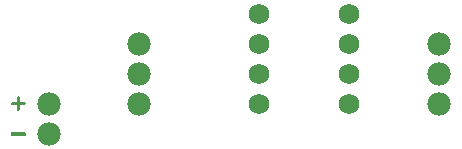
<source format=gtl>
G04 MADE WITH FRITZING*
G04 WWW.FRITZING.ORG*
G04 DOUBLE SIDED*
G04 HOLES PLATED*
G04 CONTOUR ON CENTER OF CONTOUR VECTOR*
%ASAXBY*%
%FSLAX23Y23*%
%MOIN*%
%OFA0B0*%
%SFA1.0B1.0*%
%ADD10C,0.078000*%
%ADD11C,0.068000*%
%ADD12R,0.001000X0.001000*%
%LNCOPPER1*%
G90*
G70*
G54D10*
X155Y255D03*
X155Y155D03*
X1455Y455D03*
X1455Y355D03*
X1455Y255D03*
X455Y455D03*
X455Y355D03*
X455Y255D03*
G54D11*
X855Y555D03*
X855Y455D03*
X855Y355D03*
X855Y255D03*
X1155Y255D03*
X1155Y355D03*
X1155Y455D03*
X1155Y555D03*
X855Y555D03*
X855Y455D03*
X855Y355D03*
X855Y255D03*
X1155Y255D03*
X1155Y355D03*
X1155Y455D03*
X1155Y555D03*
G54D12*
X50Y279D02*
X54Y279D01*
X49Y278D02*
X55Y278D01*
X48Y277D02*
X56Y277D01*
X48Y276D02*
X56Y276D01*
X48Y275D02*
X57Y275D01*
X47Y274D02*
X57Y274D01*
X47Y273D02*
X57Y273D01*
X47Y272D02*
X57Y272D01*
X47Y271D02*
X57Y271D01*
X47Y270D02*
X57Y270D01*
X47Y269D02*
X57Y269D01*
X47Y268D02*
X57Y268D01*
X47Y267D02*
X57Y267D01*
X47Y266D02*
X57Y266D01*
X47Y265D02*
X57Y265D01*
X47Y264D02*
X57Y264D01*
X47Y263D02*
X57Y263D01*
X47Y262D02*
X57Y262D01*
X47Y261D02*
X57Y261D01*
X32Y260D02*
X72Y260D01*
X30Y259D02*
X74Y259D01*
X29Y258D02*
X75Y258D01*
X28Y257D02*
X76Y257D01*
X28Y256D02*
X76Y256D01*
X28Y255D02*
X76Y255D01*
X28Y254D02*
X76Y254D01*
X28Y253D02*
X76Y253D01*
X29Y252D02*
X75Y252D01*
X30Y251D02*
X74Y251D01*
X33Y250D02*
X72Y250D01*
X47Y249D02*
X57Y249D01*
X47Y248D02*
X57Y248D01*
X47Y247D02*
X57Y247D01*
X47Y246D02*
X57Y246D01*
X47Y245D02*
X57Y245D01*
X47Y244D02*
X57Y244D01*
X47Y243D02*
X57Y243D01*
X47Y242D02*
X57Y242D01*
X47Y241D02*
X57Y241D01*
X47Y240D02*
X57Y240D01*
X47Y239D02*
X57Y239D01*
X47Y238D02*
X57Y238D01*
X47Y237D02*
X57Y237D01*
X47Y236D02*
X57Y236D01*
X48Y235D02*
X57Y235D01*
X48Y234D02*
X56Y234D01*
X48Y233D02*
X56Y233D01*
X49Y232D02*
X55Y232D01*
X50Y231D02*
X54Y231D01*
X30Y160D02*
X74Y160D01*
X29Y159D02*
X75Y159D01*
X28Y158D02*
X76Y158D01*
X28Y157D02*
X76Y157D01*
X28Y156D02*
X76Y156D01*
X28Y155D02*
X76Y155D01*
X28Y154D02*
X76Y154D01*
X28Y153D02*
X76Y153D01*
X28Y152D02*
X76Y152D01*
X28Y151D02*
X76Y151D01*
X28Y150D02*
X76Y150D01*
X29Y149D02*
X76Y149D01*
X29Y148D02*
X75Y148D01*
X31Y147D02*
X73Y147D01*
D02*
G04 End of Copper1*
M02*
</source>
